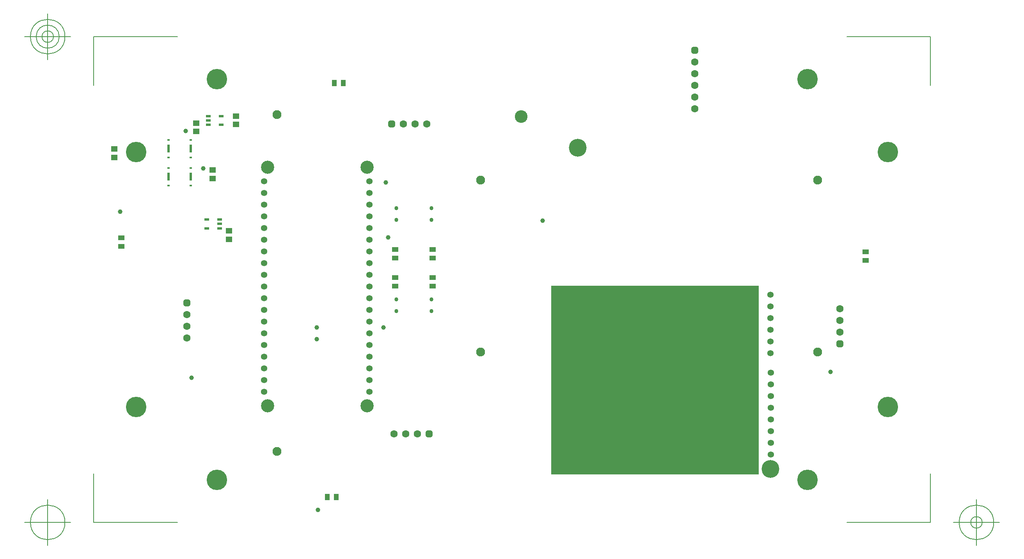
<source format=gbr>
G04 Generated by Ultiboard 14.2 *
%FSLAX24Y24*%
%MOIN*%

%ADD10C,0.0001*%
%ADD11C,0.0050*%
%ADD12C,0.0394*%
%ADD13R,1.7717X1.6142*%
%ADD14C,0.1750*%
%ADD15C,0.0760*%
%ADD16C,0.0337*%
%ADD17R,0.0433X0.0236*%
%ADD18R,0.0236X0.0657*%
%ADD19R,0.0236X0.0157*%
%ADD20R,0.0551X0.0413*%
%ADD21R,0.0571X0.0453*%
%ADD22R,0.0413X0.0551*%
%ADD23C,0.0633*%
%ADD24R,0.0208X0.0208*%
%ADD25C,0.0392*%
%ADD26C,0.0534*%
%ADD27C,0.1124*%
%ADD28C,0.1518*%
%ADD29C,0.1083*%


G04 ColorRGB FF00CC for the following layer *
%LNSolder Mask Top*%
%LPD*%
G54D10*
G54D11*
X-35743Y-20768D02*
X-35743Y-16614D01*
X-35743Y-20768D02*
X-28594Y-20768D01*
X35743Y-20768D02*
X28594Y-20768D01*
X35743Y-20768D02*
X35743Y-16614D01*
X35743Y20768D02*
X35743Y16614D01*
X35743Y20768D02*
X28594Y20768D01*
X-35743Y20768D02*
X-28594Y20768D01*
X-35743Y20768D02*
X-35743Y16614D01*
X-37711Y-20768D02*
X-41648Y-20768D01*
X-39680Y-22736D02*
X-39680Y-18799D01*
X-41156Y-20768D02*
G75*
D01*
G02X-41156Y-20768I1476J0*
G01*
X37711Y-20768D02*
X41648Y-20768D01*
X39680Y-22736D02*
X39680Y-18799D01*
X38203Y-20768D02*
G75*
D01*
G02X38203Y-20768I1477J0*
G01*
X39188Y-20768D02*
G75*
D01*
G02X39188Y-20768I492J0*
G01*
X-37711Y20768D02*
X-41648Y20768D01*
X-39680Y18799D02*
X-39680Y22736D01*
X-41156Y20768D02*
G75*
D01*
G02X-41156Y20768I1476J0*
G01*
X-40664Y20768D02*
G75*
D01*
G02X-40664Y20768I984J0*
G01*
X-40172Y20768D02*
G75*
D01*
G02X-40172Y20768I492J0*
G01*
G54D12*
X-33500Y5800D03*
X-26400Y9500D03*
X-27400Y-8400D03*
X-16600Y-19700D03*
X27200Y-7900D03*
X-10600Y3600D03*
X-10800Y8300D03*
X-11000Y-4100D03*
X-16700Y-4100D03*
X-16700Y-5100D03*
X2624Y5027D03*
X-27900Y12700D03*
G54D13*
X12200Y-8600D03*
G54D14*
X-25240Y17140D03*
X25240Y17140D03*
X32110Y10890D03*
X32110Y-10890D03*
X-32110Y10890D03*
X-25240Y-17140D03*
X25240Y-17140D03*
X-32110Y-10890D03*
G54D15*
X-2700Y-6200D03*
X26100Y-6200D03*
X-20100Y-14700D03*
X-20100Y14100D03*
X26100Y8500D03*
X-2700Y8500D03*
G54D16*
X-6900Y5100D03*
X-6900Y6100D03*
X-9900Y5100D03*
X-9900Y6100D03*
X-9900Y-1700D03*
X-9900Y-2700D03*
X-6900Y-1700D03*
X-6900Y-2700D03*
G54D17*
X-24849Y13226D03*
X-24849Y13974D03*
X-25951Y13600D03*
X-25951Y13980D03*
X-25951Y13220D03*
X-26106Y5129D03*
X-26106Y4381D03*
X-25004Y4755D03*
X-25004Y4375D03*
X-25004Y5135D03*
G54D18*
X-29345Y8800D03*
X-27455Y8800D03*
X-29345Y11200D03*
X-27455Y11200D03*
G54D19*
X-29345Y8050D03*
X-29345Y9550D03*
X-27455Y9550D03*
X-27455Y8050D03*
X-29345Y10450D03*
X-29345Y11950D03*
X-27455Y11950D03*
X-27455Y10450D03*
G54D20*
X-33400Y2826D03*
X-33400Y3574D03*
X30200Y2374D03*
X30200Y1626D03*
X-10000Y1826D03*
X-10000Y2574D03*
X-6800Y1826D03*
X-6800Y2574D03*
X-6800Y174D03*
X-6800Y-574D03*
X-10000Y174D03*
X-10000Y-574D03*
G54D21*
X-25600Y9354D03*
X-25600Y8646D03*
X-24200Y3446D03*
X-24200Y4154D03*
X-23600Y13977D03*
X-23600Y13269D03*
X-34000Y10446D03*
X-34000Y11154D03*
X-27000Y13377D03*
X-27000Y12669D03*
G54D22*
X-15174Y16800D03*
X-14426Y16800D03*
X-15774Y-18600D03*
X-15026Y-18600D03*
G54D23*
X-27800Y-4000D03*
X-27800Y-3000D03*
X-27800Y-5000D03*
X-8300Y13300D03*
X-9300Y13300D03*
X-7300Y13300D03*
X-9096Y-13196D03*
X-8096Y-13196D03*
X-10096Y-13196D03*
X28000Y-3500D03*
X28000Y-4500D03*
X28000Y-2500D03*
X15600Y18600D03*
X15600Y17600D03*
X15600Y15600D03*
X15600Y16600D03*
X15600Y14600D03*
G54D24*
X-27800Y-2000D03*
X-10300Y13300D03*
X-7096Y-13196D03*
X28000Y-5500D03*
X15600Y19600D03*
G54D25*
X-27904Y-2104D02*
X-27696Y-2104D01*
X-27696Y-1896D01*
X-27904Y-1896D01*
X-27904Y-2104D01*D02*
X-10404Y13196D02*
X-10196Y13196D01*
X-10196Y13404D01*
X-10404Y13404D01*
X-10404Y13196D01*D02*
X-7200Y-13300D02*
X-6992Y-13300D01*
X-6992Y-13092D01*
X-7200Y-13092D01*
X-7200Y-13300D01*D02*
X27896Y-5604D02*
X28104Y-5604D01*
X28104Y-5396D01*
X27896Y-5396D01*
X27896Y-5604D01*D02*
X15496Y19496D02*
X15704Y19496D01*
X15704Y19704D01*
X15496Y19704D01*
X15496Y19496D01*D02*
G54D26*
X-12200Y-9600D03*
X-12200Y-8600D03*
X-12200Y-7600D03*
X-12200Y-6600D03*
X-12200Y-5600D03*
X-12200Y-4600D03*
X-12200Y-3600D03*
X-12200Y-2600D03*
X-12200Y-1600D03*
X-12200Y-600D03*
X-12200Y400D03*
X-12200Y1400D03*
X-12200Y2400D03*
X-12200Y3400D03*
X-12200Y4400D03*
X-12200Y5400D03*
X-12200Y6400D03*
X-12200Y7400D03*
X-12200Y8400D03*
X-21200Y-9600D03*
X-21200Y-8600D03*
X-21200Y-7600D03*
X-21200Y-6600D03*
X-21200Y-5600D03*
X-21200Y-4600D03*
X-21200Y-3600D03*
X-21200Y-2600D03*
X-21200Y-1600D03*
X-21200Y-600D03*
X-21200Y400D03*
X-21200Y1400D03*
X-21200Y2400D03*
X-21200Y3400D03*
X-21200Y4400D03*
X-21200Y5400D03*
X-21200Y6400D03*
X-21200Y7400D03*
X-21200Y8400D03*
X22100Y-7955D03*
X22100Y-8955D03*
X22100Y-9955D03*
X22100Y-10955D03*
X22100Y-11955D03*
X22100Y-12955D03*
X22100Y-13955D03*
X22100Y-14955D03*
X22092Y-6314D03*
X22092Y-5314D03*
X22092Y-4314D03*
X22092Y-3314D03*
X22092Y-2314D03*
X22092Y-1314D03*
G54D27*
X-12400Y-10800D03*
X-20900Y-10800D03*
X-20900Y9600D03*
X-12400Y9600D03*
G54D28*
X5596Y11265D03*
X22092Y-16195D03*
G54D29*
X773Y13929D03*

M02*

</source>
